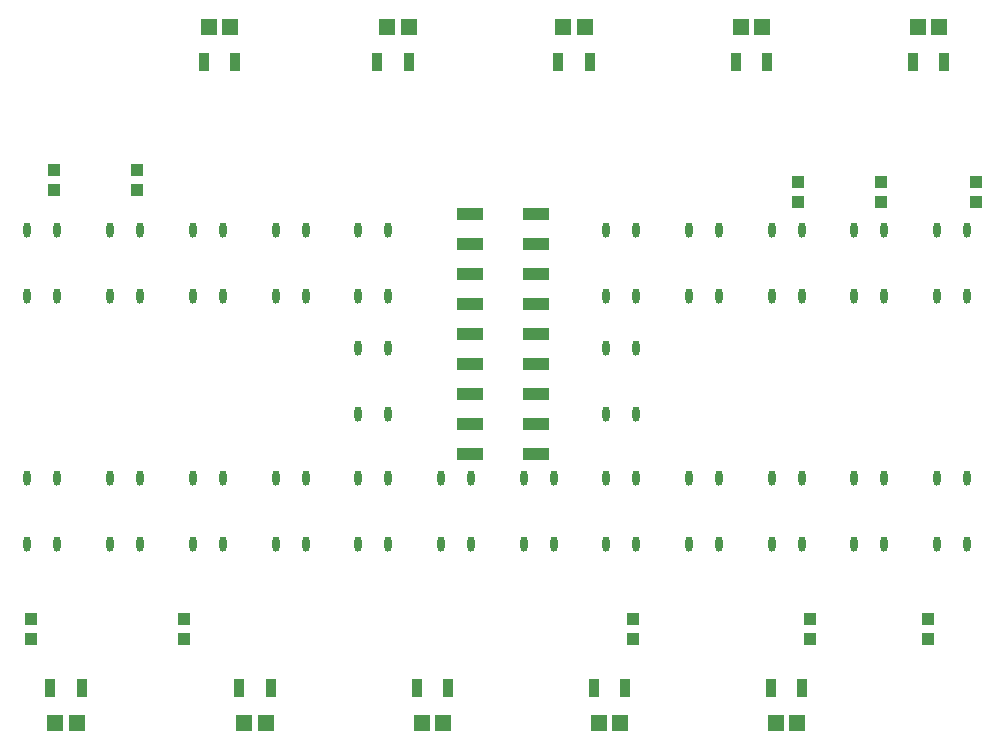
<source format=gtp>
G04*
G04 #@! TF.GenerationSoftware,Altium Limited,Altium Designer,20.2.6 (244)*
G04*
G04 Layer_Color=8421504*
%FSLAX25Y25*%
%MOIN*%
G70*
G04*
G04 #@! TF.SameCoordinates,FDEE98C7-7E5E-487F-AEB3-E854705123D1*
G04*
G04*
G04 #@! TF.FilePolarity,Positive*
G04*
G01*
G75*
%ADD13R,0.08740X0.04016*%
%ADD14R,0.04182X0.04469*%
%ADD15R,0.03543X0.06102*%
%ADD16R,0.05500X0.05800*%
%ADD17O,0.02362X0.05118*%
D13*
X341831Y315591D02*
D03*
X319587D02*
D03*
X341831Y305591D02*
D03*
X319587D02*
D03*
X341831Y295590D02*
D03*
X319587D02*
D03*
X341831Y285591D02*
D03*
X319587D02*
D03*
X341831Y275590D02*
D03*
X319587D02*
D03*
X341831Y265591D02*
D03*
X319587D02*
D03*
X341831Y255591D02*
D03*
X319587D02*
D03*
X341831Y245590D02*
D03*
X319587D02*
D03*
X341831Y235591D02*
D03*
X319587D02*
D03*
D14*
X488189Y326045D02*
D03*
Y319624D02*
D03*
X181102Y329982D02*
D03*
Y323561D02*
D03*
X208661Y329982D02*
D03*
Y323561D02*
D03*
X429134Y326045D02*
D03*
Y319624D02*
D03*
X456693Y326045D02*
D03*
Y319624D02*
D03*
X472441Y173955D02*
D03*
Y180376D02*
D03*
X173228Y173955D02*
D03*
Y180376D02*
D03*
X224410Y173955D02*
D03*
Y180376D02*
D03*
X374016Y173955D02*
D03*
Y180376D02*
D03*
X433071Y173955D02*
D03*
Y180376D02*
D03*
D15*
X190256Y157480D02*
D03*
X179823D02*
D03*
X430413D02*
D03*
X419980D02*
D03*
X477658Y366142D02*
D03*
X467224D02*
D03*
X241437D02*
D03*
X231004D02*
D03*
X360925Y157480D02*
D03*
X371358D02*
D03*
X301870D02*
D03*
X312303D02*
D03*
X242815D02*
D03*
X253248D02*
D03*
X408169Y366142D02*
D03*
X418602D02*
D03*
X349114D02*
D03*
X359547D02*
D03*
X288779D02*
D03*
X299213D02*
D03*
D16*
X188586Y145669D02*
D03*
X181493D02*
D03*
X428743D02*
D03*
X421651D02*
D03*
X475987Y377953D02*
D03*
X468894D02*
D03*
X239767D02*
D03*
X232674D02*
D03*
X362595Y145669D02*
D03*
X369688D02*
D03*
X303540D02*
D03*
X310633D02*
D03*
X244485D02*
D03*
X251578D02*
D03*
X409839Y377953D02*
D03*
X416932D02*
D03*
X350784D02*
D03*
X357877D02*
D03*
X292120D02*
D03*
X299213D02*
D03*
D17*
X182165Y310236D02*
D03*
X172165D02*
D03*
Y288189D02*
D03*
X182165D02*
D03*
X430197D02*
D03*
X420197D02*
D03*
Y310236D02*
D03*
X430197D02*
D03*
X457756Y288189D02*
D03*
X447756D02*
D03*
Y310236D02*
D03*
X457756D02*
D03*
X485315Y288189D02*
D03*
X475315D02*
D03*
Y310236D02*
D03*
X485315D02*
D03*
X402638Y205512D02*
D03*
X392638D02*
D03*
Y227559D02*
D03*
X402638D02*
D03*
X319961Y205512D02*
D03*
X309961D02*
D03*
Y227559D02*
D03*
X319961D02*
D03*
X375079Y248819D02*
D03*
X365079D02*
D03*
Y270866D02*
D03*
X375079D02*
D03*
Y288189D02*
D03*
X365079D02*
D03*
Y310236D02*
D03*
X375079D02*
D03*
X402638Y288189D02*
D03*
X392638D02*
D03*
Y310236D02*
D03*
X402638D02*
D03*
X475315Y227559D02*
D03*
X485315D02*
D03*
Y205512D02*
D03*
X475315D02*
D03*
X447756Y227559D02*
D03*
X457756D02*
D03*
Y205512D02*
D03*
X447756D02*
D03*
X420197Y227559D02*
D03*
X430197D02*
D03*
Y205512D02*
D03*
X420197D02*
D03*
X199724Y227559D02*
D03*
X209724D02*
D03*
Y205512D02*
D03*
X199724D02*
D03*
X172165Y227559D02*
D03*
X182165Y205512D02*
D03*
Y227559D02*
D03*
X172165Y205512D02*
D03*
X264843Y288189D02*
D03*
X254842D02*
D03*
Y310236D02*
D03*
X264843D02*
D03*
X375079Y205512D02*
D03*
X365079D02*
D03*
Y227559D02*
D03*
X375079D02*
D03*
X347520Y205512D02*
D03*
X337520D02*
D03*
Y227559D02*
D03*
X347520D02*
D03*
X292402Y288189D02*
D03*
X282402D02*
D03*
Y310236D02*
D03*
X292402D02*
D03*
Y248819D02*
D03*
X282402D02*
D03*
Y270866D02*
D03*
X292402D02*
D03*
X237283Y205512D02*
D03*
X227284D02*
D03*
Y227559D02*
D03*
X237283D02*
D03*
X264843Y205512D02*
D03*
X254842D02*
D03*
Y227559D02*
D03*
X264843D02*
D03*
X292402Y205512D02*
D03*
X282402D02*
D03*
Y227559D02*
D03*
X292402D02*
D03*
X237283Y310236D02*
D03*
X227284D02*
D03*
Y288189D02*
D03*
X237283D02*
D03*
X209724Y310236D02*
D03*
X199724D02*
D03*
Y288189D02*
D03*
X209724D02*
D03*
M02*

</source>
